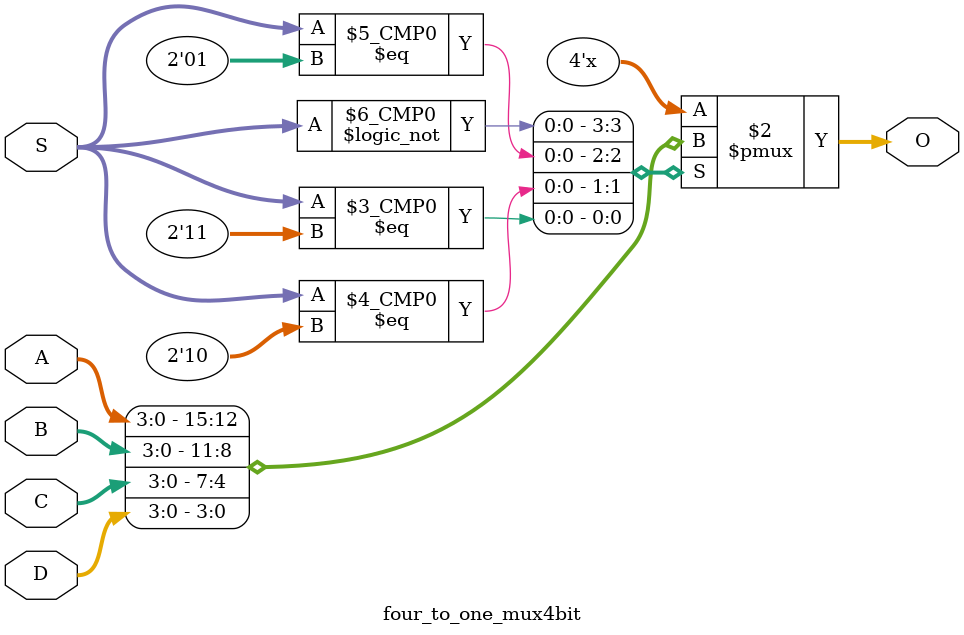
<source format=v>
module four_to_one_mux4bit(A,B,C,D,S,O);

parameter size = 4;

(* keep = 1 *) input [size-1:0]A;
(* keep = 1 *) input [size-1:0]B;
(* keep = 1 *) input [size-1:0]C;
(* keep = 1 *) input [size-1:0]D;

(* keep = 1 *) input [1:0]S;

(* keep = 1 *) output reg [size-1:0]O;

always@(S)begin

	case(S)
		2'b00: O = A;
		2'b01: O = B;
		2'b10: O = C;
		2'b11: O = D;
		//default :  O = 0;
	endcase
end

endmodule

</source>
